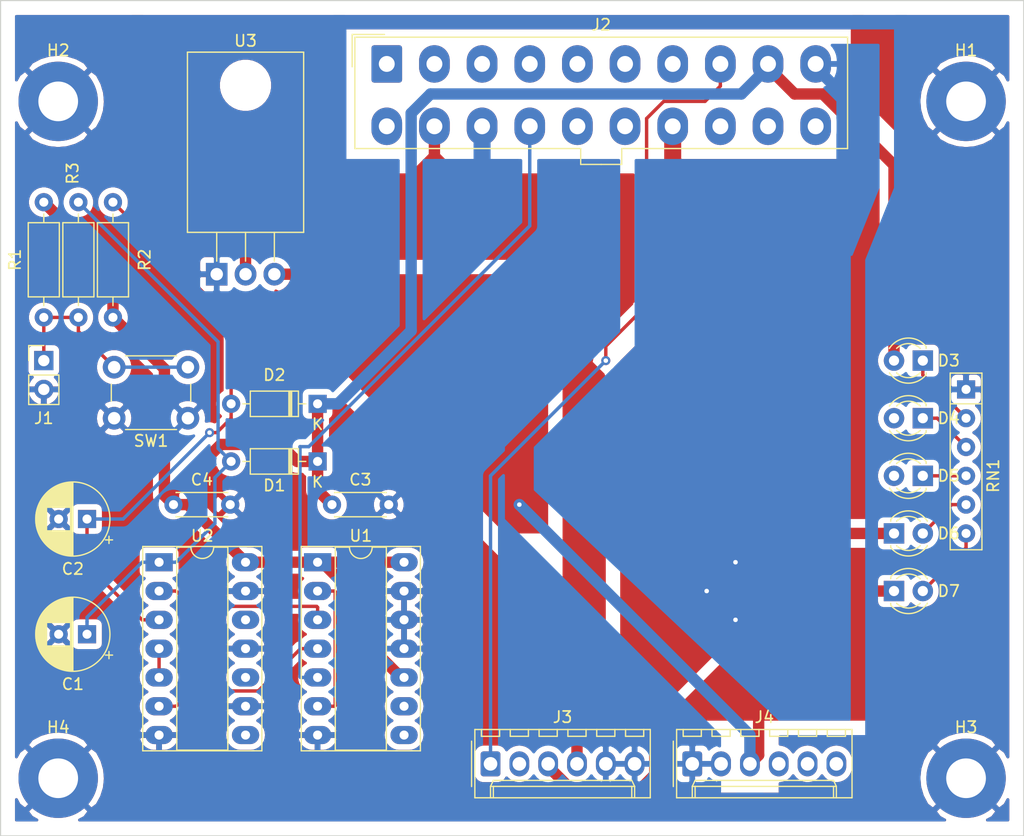
<source format=kicad_pcb>
(kicad_pcb (version 20171130) (host pcbnew 5.1.5+dfsg1-2)
  (layers (0 F.Cu signal hide) (1 In1.Cu power hide) (2 In2.Cu power hide) (31 B.Cu signal) (34 B.Paste user) (35 F.Paste user) (36 B.SilkS user) (37 F.SilkS user) (38 B.Mask user) (39 F.Mask user) (44 Edge.Cuts user))
  (net 0 "")
  (net 1 /5VSB)
  (net 2 /PWR_SW)
  (net 3 "Net-(C2-Pad1)")
  (net 4 "Net-(C1-Pad1)")
  (net 5 GND)
  (net 6 "Net-(D3-Pad1)")
  (net 7 "Net-(D4-Pad1)")
  (net 8 "Net-(D5-Pad1)")
  (net 9 "Net-(D6-Pad2)")
  (net 10 "Net-(D7-Pad2)")
  (net 11 /-12V)
  (net 12 /-5V)
  (net 13 "Net-(U1-Pad2)")
  (net 14 "Net-(U1-Pad3)")
  (net 15 "Net-(U1-Pad4)")
  (net 16 /~PS_ON)
  (net 17 "Net-(U2-Pad4)")
  (net 18 VCC)
  (net 19 /12V)
  (net 20 "Net-(J2-Pad1)")
  (net 21 "Net-(J2-Pad2)")
  (net 22 /PWR_OK)
  (net 23 /+12V)
  (net 24 "Net-(J2-Pad11)")
  (net 25 "Net-(J2-Pad18)")
  (net 26 "Net-(U1-Pad8)")
  (net 27 "Net-(U1-Pad9)")
  (net 28 "Net-(U2-Pad12)")
  (net 29 "Net-(U2-Pad10)")
  (net 30 "Net-(U2-Pad8)")
  (module Connector_Molex:Molex_Mini-Fit_Jr_5566-20A_2x10_P4.20mm_Vertical (layer F.Cu) (at 88.646 24.638)
    (fp_text reference J2 (at 18.9 -3.45) (layer F.SilkS))
    (fp_text value ATX)
    (pad 1 thru_hole roundrect (at 0 0) (size 2.7 3.3) (drill 1.4) (layers *.Cu *.Mask) (roundrect_rratio 0.09259299999999999) (net 20 "Net-(J2-Pad1)"))
    (pad 2 thru_hole oval (at 4.2 0) (size 2.7 3.3) (drill 1.4) (layers *.Cu *.Mask) (net 21 "Net-(J2-Pad2)"))
    (pad 3 thru_hole oval (at 8.4 0) (size 2.7 3.3) (drill 1.4) (layers *.Cu *.Mask) (net 5 GND))
    (pad 4 thru_hole oval (at 12.6 0) (size 2.7 3.3) (drill 1.4) (layers *.Cu *.Mask) (net 18 VCC))
    (pad 5 thru_hole oval (at 16.8 0) (size 2.7 3.3) (drill 1.4) (layers *.Cu *.Mask) (net 5 GND))
    (pad 6 thru_hole oval (at 21 0) (size 2.7 3.3) (drill 1.4) (layers *.Cu *.Mask) (net 18 VCC))
    (pad 7 thru_hole oval (at 25.2 0) (size 2.7 3.3) (drill 1.4) (layers *.Cu *.Mask) (net 5 GND))
    (pad 8 thru_hole oval (at 29.4 0) (size 2.7 3.3) (drill 1.4) (layers *.Cu *.Mask) (net 22 /PWR_OK))
    (pad 9 thru_hole oval (at 33.6 0) (size 2.7 3.3) (drill 1.4) (layers *.Cu *.Mask) (net 1 /5VSB))
    (pad 10 thru_hole oval (at 37.8 0) (size 2.7 3.3) (drill 1.4) (layers *.Cu *.Mask) (net 23 /+12V))
    (pad 11 thru_hole oval (at 0 5.5) (size 2.7 3.3) (drill 1.4) (layers *.Cu *.Mask) (net 24 "Net-(J2-Pad11)"))
    (pad 12 thru_hole oval (at 4.2 5.5) (size 2.7 3.3) (drill 1.4) (layers *.Cu *.Mask) (net 11 /-12V))
    (pad 13 thru_hole oval (at 8.4 5.5) (size 2.7 3.3) (drill 1.4) (layers *.Cu *.Mask) (net 5 GND))
    (pad 14 thru_hole oval (at 12.6 5.5) (size 2.7 3.3) (drill 1.4) (layers *.Cu *.Mask) (net 16 /~PS_ON))
    (pad 15 thru_hole oval (at 16.8 5.5) (size 2.7 3.3) (drill 1.4) (layers *.Cu *.Mask) (net 5 GND))
    (pad 16 thru_hole oval (at 21 5.5) (size 2.7 3.3) (drill 1.4) (layers *.Cu *.Mask) (net 5 GND))
    (pad 17 thru_hole oval (at 25.2 5.5) (size 2.7 3.3) (drill 1.4) (layers *.Cu *.Mask) (net 5 GND))
    (pad 18 thru_hole oval (at 29.4 5.5) (size 2.7 3.3) (drill 1.4) (layers *.Cu *.Mask) (net 25 "Net-(J2-Pad18)"))
    (pad 19 thru_hole oval (at 33.6 5.5) (size 2.7 3.3) (drill 1.4) (layers *.Cu *.Mask) (net 18 VCC))
    (pad 20 thru_hole oval (at 37.8 5.5) (size 2.7 3.3) (drill 1.4) (layers *.Cu *.Mask) (net 18 VCC))
  )
  (module MountingHole:MountingHole_3.5mm_Pad (layer F.Cu) (at 59.69 87.63)
    (fp_text reference H4 (at 0 -4.5) (layer F.SilkS))
    (fp_text value MountingHole_Pad)
    (pad 1 thru_hole circle (at 0 0) (size 7 7) (drill 3.5) (layers *.Cu *.Mask) (net 5 GND))
  )
  (module MountingHole:MountingHole_3.5mm_Pad (layer F.Cu) (at 139.7 87.63)
    (fp_text reference H3 (at 0 -4.5) (layer F.SilkS))
    (fp_text value MountingHole_Pad)
    (pad 1 thru_hole circle (at 0 0) (size 7 7) (drill 3.5) (layers *.Cu *.Mask) (net 5 GND))
  )
  (module MountingHole:MountingHole_3.5mm_Pad (layer F.Cu) (at 59.69 27.94)
    (fp_text reference H2 (at 0 -4.5) (layer F.SilkS))
    (fp_text value MountingHole_Pad)
    (pad 1 thru_hole circle (at 0 0) (size 7 7) (drill 3.5) (layers *.Cu *.Mask) (net 5 GND))
  )
  (module MountingHole:MountingHole_3.5mm_Pad (layer F.Cu) (at 139.7 27.94)
    (fp_text reference H1 (at 0 -4.5) (layer F.SilkS))
    (fp_text value MountingHole_Pad)
    (pad 1 thru_hole circle (at 0 0) (size 7 7) (drill 3.5) (layers *.Cu *.Mask) (net 5 GND))
  )
  (module Capacitor_THT:C_Disc_D4.3mm_W1.9mm_P5.00mm (layer F.Cu) (at 69.85 63.5)
    (fp_text reference C4 (at 2.5 -2.2) (layer F.SilkS))
    (fp_text value 100nF)
    (pad 2 thru_hole circle (at 5 0) (size 1.6 1.6) (drill 0.8) (layers *.Cu *.Mask) (net 5 GND))
    (pad 1 thru_hole circle (at 0 0) (size 1.6 1.6) (drill 0.8) (layers *.Cu *.Mask) (net 1 /5VSB))
  )
  (module Capacitor_THT:C_Disc_D4.3mm_W1.9mm_P5.00mm (layer F.Cu) (at 83.82 63.5)
    (fp_text reference C3 (at 2.5 -2.2) (layer F.SilkS))
    (fp_text value 100nF)
    (pad 1 thru_hole circle (at 0 0) (size 1.6 1.6) (drill 0.8) (layers *.Cu *.Mask) (net 1 /5VSB))
    (pad 2 thru_hole circle (at 5 0) (size 1.6 1.6) (drill 0.8) (layers *.Cu *.Mask) (net 5 GND))
  )
  (module Button_Switch_THT:SW_PUSH_6mm (layer F.Cu) (at 71.12 55.88 180)
    (fp_text reference SW1 (at 3.25 -2 180) (layer F.SilkS))
    (fp_text value Power)
    (pad 2 thru_hole circle (at 0 4.5 270) (size 2 2) (drill 1.1) (layers *.Cu *.Mask) (net 2 /PWR_SW))
    (pad 1 thru_hole circle (at 0 0 270) (size 2 2) (drill 1.1) (layers *.Cu *.Mask) (net 5 GND))
    (pad 2 thru_hole circle (at 6.5 4.5 270) (size 2 2) (drill 1.1) (layers *.Cu *.Mask) (net 2 /PWR_SW))
    (pad 1 thru_hole circle (at 6.5 0 270) (size 2 2) (drill 1.1) (layers *.Cu *.Mask) (net 5 GND))
  )
  (module Capacitor_THT:CP_Radial_D6.3mm_P2.50mm (layer F.Cu) (at 62.23 64.77 180)
    (fp_text reference C2 (at 1.25 -4.4) (layer F.SilkS))
    (fp_text value 10uF)
    (pad 2 thru_hole circle (at 2.5 0 180) (size 1.6 1.6) (drill 0.8) (layers *.Cu *.Mask) (net 5 GND))
    (pad 1 thru_hole rect (at 0 0 180) (size 1.6 1.6) (drill 0.8) (layers *.Cu *.Mask) (net 3 "Net-(C2-Pad1)"))
  )
  (module Capacitor_THT:CP_Radial_D6.3mm_P2.50mm (layer F.Cu) (at 62.23 74.93 180)
    (fp_text reference C1 (at 1.25 -4.4 180) (layer F.SilkS))
    (fp_text value 1uF)
    (pad 1 thru_hole rect (at 0 0 180) (size 1.6 1.6) (drill 0.8) (layers *.Cu *.Mask) (net 4 "Net-(C1-Pad1)"))
    (pad 2 thru_hole circle (at 2.5 0 180) (size 1.6 1.6) (drill 0.8) (layers *.Cu *.Mask) (net 5 GND))
  )
  (module Connector_Molex:Molex_KK-254_AE-6410-06A_1x06_P2.54mm_Vertical (layer F.Cu) (at 115.57 86.36)
    (fp_text reference J4 (at 6.35 -4.12) (layer F.SilkS))
    (fp_text value P9)
    (pad 6 thru_hole oval (at 12.7 0) (size 1.74 2.2) (drill 1.2) (layers *.Cu *.Mask) (net 18 VCC))
    (pad 5 thru_hole oval (at 10.16 0) (size 1.74 2.2) (drill 1.2) (layers *.Cu *.Mask) (net 18 VCC))
    (pad 4 thru_hole oval (at 7.62 0) (size 1.74 2.2) (drill 1.2) (layers *.Cu *.Mask) (net 18 VCC))
    (pad 3 thru_hole oval (at 5.08 0) (size 1.74 2.2) (drill 1.2) (layers *.Cu *.Mask) (net 12 /-5V))
    (pad 2 thru_hole oval (at 2.54 0) (size 1.74 2.2) (drill 1.2) (layers *.Cu *.Mask) (net 5 GND))
    (pad 1 thru_hole roundrect (at 0 0) (size 1.74 2.2) (drill 1.2) (layers *.Cu *.Mask) (roundrect_rratio 0.143678) (net 5 GND))
  )
  (module Connector_Molex:Molex_KK-254_AE-6410-06A_1x06_P2.54mm_Vertical (layer F.Cu) (at 97.79 86.36)
    (fp_text reference J3 (at 6.35 -4.12) (layer F.SilkS))
    (fp_text value P8)
    (pad 1 thru_hole roundrect (at 0 0) (size 1.74 2.2) (drill 1.2) (layers *.Cu *.Mask) (roundrect_rratio 0.143678) (net 22 /PWR_OK))
    (pad 2 thru_hole oval (at 2.54 0) (size 1.74 2.2) (drill 1.2) (layers *.Cu *.Mask) (net 18 VCC))
    (pad 3 thru_hole oval (at 5.08 0) (size 1.74 2.2) (drill 1.2) (layers *.Cu *.Mask) (net 23 /+12V))
    (pad 4 thru_hole oval (at 7.62 0) (size 1.74 2.2) (drill 1.2) (layers *.Cu *.Mask) (net 11 /-12V))
    (pad 5 thru_hole oval (at 10.16 0) (size 1.74 2.2) (drill 1.2) (layers *.Cu *.Mask) (net 5 GND))
    (pad 6 thru_hole oval (at 12.7 0) (size 1.74 2.2) (drill 1.2) (layers *.Cu *.Mask) (net 5 GND))
  )
  (module Connector_PinHeader_2.54mm:PinHeader_1x02_P2.54mm_Vertical (layer F.Cu) (at 58.42 50.8)
    (fp_text reference J1 (at 0 5.08) (layer F.SilkS))
    (fp_text value EXT_PWR_SW)
    (pad 1 thru_hole rect (at 0 0) (size 1.7 1.7) (drill 1) (layers *.Cu *.Mask) (net 2 /PWR_SW))
    (pad 2 thru_hole oval (at 0 2.54) (size 1.7 1.7) (drill 1) (layers *.Cu *.Mask) (net 5 GND))
  )
  (module Diode_THT:D_DO-35_SOD27_P7.62mm_Horizontal (layer F.Cu) (at 82.55 54.61 180)
    (fp_text reference D2 (at 3.81 2.54 180) (layer F.SilkS))
    (fp_text value 1N4148)
    (fp_text user K (at 0 -1.8 180) (layer F.SilkS))
    (pad 2 thru_hole oval (at 7.62 0 180) (size 1.6 1.6) (drill 0.8) (layers *.Cu *.Mask) (net 3 "Net-(C2-Pad1)"))
    (pad 1 thru_hole rect (at 0 0 180) (size 1.6 1.6) (drill 0.8) (layers *.Cu *.Mask) (net 1 /5VSB))
  )
  (module Diode_THT:D_DO-35_SOD27_P7.62mm_Horizontal (layer F.Cu) (at 82.55 59.69 180)
    (fp_text reference D1 (at 3.81 -2.12 180) (layer F.SilkS))
    (fp_text value 1N4148)
    (fp_text user K (at 0 -1.8 180) (layer F.SilkS))
    (pad 1 thru_hole rect (at 0 0 180) (size 1.6 1.6) (drill 0.8) (layers *.Cu *.Mask) (net 1 /5VSB))
    (pad 2 thru_hole oval (at 7.62 0 180) (size 1.6 1.6) (drill 0.8) (layers *.Cu *.Mask) (net 4 "Net-(C1-Pad1)"))
  )
  (module LED_THT:LED_D3.0mm (layer F.Cu) (at 133.35 71.12)
    (fp_text reference D7 (at 4.826 0) (layer F.SilkS))
    (fp_text value -5V)
    (pad 1 thru_hole rect (at 0 0) (size 1.8 1.8) (drill 0.9) (layers *.Cu *.Mask) (net 12 /-5V))
    (pad 2 thru_hole circle (at 2.54 0) (size 1.8 1.8) (drill 0.9) (layers *.Cu *.Mask) (net 10 "Net-(D7-Pad2)"))
  )
  (module LED_THT:LED_D3.0mm (layer F.Cu) (at 133.35 66.04)
    (fp_text reference D6 (at 4.826 0) (layer F.SilkS))
    (fp_text value -12V)
    (pad 2 thru_hole circle (at 2.54 0) (size 1.8 1.8) (drill 0.9) (layers *.Cu *.Mask) (net 9 "Net-(D6-Pad2)"))
    (pad 1 thru_hole rect (at 0 0) (size 1.8 1.8) (drill 0.9) (layers *.Cu *.Mask) (net 11 /-12V))
  )
  (module LED_THT:LED_D3.0mm (layer F.Cu) (at 135.89 60.96 180)
    (fp_text reference D5 (at -2.286 0 180) (layer F.SilkS))
    (fp_text value +12V)
    (pad 1 thru_hole rect (at 0 0 180) (size 1.8 1.8) (drill 0.9) (layers *.Cu *.Mask) (net 8 "Net-(D5-Pad1)"))
    (pad 2 thru_hole circle (at 2.54 0 180) (size 1.8 1.8) (drill 0.9) (layers *.Cu *.Mask) (net 19 /12V))
  )
  (module LED_THT:LED_D3.0mm (layer F.Cu) (at 135.89 55.88 180)
    (fp_text reference D4 (at -2.286 0 180) (layer F.SilkS))
    (fp_text value +5V)
    (pad 2 thru_hole circle (at 2.54 0 180) (size 1.8 1.8) (drill 0.9) (layers *.Cu *.Mask) (net 18 VCC))
    (pad 1 thru_hole rect (at 0 0 180) (size 1.8 1.8) (drill 0.9) (layers *.Cu *.Mask) (net 7 "Net-(D4-Pad1)"))
  )
  (module LED_THT:LED_D3.0mm (layer F.Cu) (at 135.89 50.8 180)
    (fp_text reference D3 (at -2.286 0 180) (layer F.SilkS))
    (fp_text value 5VSB)
    (pad 1 thru_hole rect (at 0 0 180) (size 1.8 1.8) (drill 0.9) (layers *.Cu *.Mask) (net 6 "Net-(D3-Pad1)"))
    (pad 2 thru_hole circle (at 2.54 0 180) (size 1.8 1.8) (drill 0.9) (layers *.Cu *.Mask) (net 1 /5VSB))
  )
  (module Package_DIP:DIP-14_W7.62mm_Socket_LongPads (layer F.Cu) (at 68.58 68.58)
    (fp_text reference U2 (at 3.81 -2.33) (layer F.SilkS))
    (fp_text value 74LS14)
    (pad 14 thru_hole oval (at 7.62 0) (size 2.4 1.6) (drill 0.8) (layers *.Cu *.Mask) (net 1 /5VSB))
    (pad 7 thru_hole oval (at 0 15.24) (size 2.4 1.6) (drill 0.8) (layers *.Cu *.Mask) (net 5 GND))
    (pad 13 thru_hole oval (at 7.62 2.54) (size 2.4 1.6) (drill 0.8) (layers *.Cu *.Mask) (net 5 GND))
    (pad 6 thru_hole oval (at 0 12.7) (size 2.4 1.6) (drill 0.8) (layers *.Cu *.Mask) (net 15 "Net-(U1-Pad4)"))
    (pad 12 thru_hole oval (at 7.62 5.08) (size 2.4 1.6) (drill 0.8) (layers *.Cu *.Mask) (net 28 "Net-(U2-Pad12)"))
    (pad 5 thru_hole oval (at 0 10.16) (size 2.4 1.6) (drill 0.8) (layers *.Cu *.Mask) (net 17 "Net-(U2-Pad4)"))
    (pad 11 thru_hole oval (at 7.62 7.62) (size 2.4 1.6) (drill 0.8) (layers *.Cu *.Mask) (net 5 GND))
    (pad 4 thru_hole oval (at 0 7.62) (size 2.4 1.6) (drill 0.8) (layers *.Cu *.Mask) (net 17 "Net-(U2-Pad4)"))
    (pad 10 thru_hole oval (at 7.62 10.16) (size 2.4 1.6) (drill 0.8) (layers *.Cu *.Mask) (net 29 "Net-(U2-Pad10)"))
    (pad 3 thru_hole oval (at 0 5.08) (size 2.4 1.6) (drill 0.8) (layers *.Cu *.Mask) (net 3 "Net-(C2-Pad1)"))
    (pad 9 thru_hole oval (at 7.62 12.7) (size 2.4 1.6) (drill 0.8) (layers *.Cu *.Mask) (net 5 GND))
    (pad 2 thru_hole oval (at 0 2.54) (size 2.4 1.6) (drill 0.8) (layers *.Cu *.Mask) (net 14 "Net-(U1-Pad3)"))
    (pad 8 thru_hole oval (at 7.62 15.24) (size 2.4 1.6) (drill 0.8) (layers *.Cu *.Mask) (net 30 "Net-(U2-Pad8)"))
    (pad 1 thru_hole rect (at 0 0) (size 2.4 1.6) (drill 0.8) (layers *.Cu *.Mask) (net 4 "Net-(C1-Pad1)"))
  )
  (module Package_DIP:DIP-14_W7.62mm_Socket_LongPads (layer F.Cu) (at 82.55 68.58)
    (fp_text reference U1 (at 3.81 -2.33) (layer F.SilkS))
    (fp_text value 74LS74)
    (pad 1 thru_hole rect (at 0 0) (size 2.4 1.6) (drill 0.8) (layers *.Cu *.Mask) (net 1 /5VSB))
    (pad 8 thru_hole oval (at 7.62 15.24) (size 2.4 1.6) (drill 0.8) (layers *.Cu *.Mask) (net 26 "Net-(U1-Pad8)"))
    (pad 2 thru_hole oval (at 0 2.54) (size 2.4 1.6) (drill 0.8) (layers *.Cu *.Mask) (net 13 "Net-(U1-Pad2)"))
    (pad 9 thru_hole oval (at 7.62 12.7) (size 2.4 1.6) (drill 0.8) (layers *.Cu *.Mask) (net 27 "Net-(U1-Pad9)"))
    (pad 3 thru_hole oval (at 0 5.08) (size 2.4 1.6) (drill 0.8) (layers *.Cu *.Mask) (net 14 "Net-(U1-Pad3)"))
    (pad 10 thru_hole oval (at 7.62 10.16) (size 2.4 1.6) (drill 0.8) (layers *.Cu *.Mask) (net 1 /5VSB))
    (pad 4 thru_hole oval (at 0 7.62) (size 2.4 1.6) (drill 0.8) (layers *.Cu *.Mask) (net 15 "Net-(U1-Pad4)"))
    (pad 11 thru_hole oval (at 7.62 7.62) (size 2.4 1.6) (drill 0.8) (layers *.Cu *.Mask) (net 5 GND))
    (pad 5 thru_hole oval (at 0 10.16) (size 2.4 1.6) (drill 0.8) (layers *.Cu *.Mask) (net 16 /~PS_ON))
    (pad 12 thru_hole oval (at 7.62 5.08) (size 2.4 1.6) (drill 0.8) (layers *.Cu *.Mask) (net 5 GND))
    (pad 6 thru_hole oval (at 0 12.7) (size 2.4 1.6) (drill 0.8) (layers *.Cu *.Mask) (net 13 "Net-(U1-Pad2)"))
    (pad 13 thru_hole oval (at 7.62 2.54) (size 2.4 1.6) (drill 0.8) (layers *.Cu *.Mask) (net 5 GND))
    (pad 7 thru_hole oval (at 0 15.24) (size 2.4 1.6) (drill 0.8) (layers *.Cu *.Mask) (net 5 GND))
    (pad 14 thru_hole oval (at 7.62 0) (size 2.4 1.6) (drill 0.8) (layers *.Cu *.Mask) (net 1 /5VSB))
  )
  (module Package_TO_SOT_THT:TO-220-3_Horizontal_TabDown (layer F.Cu) (at 73.66 43.18)
    (fp_text reference U3 (at 2.54 -20.58) (layer F.SilkS))
    (fp_text value L7905)
    (pad "" np_thru_hole oval (at 2.54 -16.66) (size 3.5 3.5) (drill 3.5) (layers *.Cu *.Mask))
    (pad 1 thru_hole rect (at 0 0) (size 1.905 2) (drill 1.1) (layers *.Cu *.Mask) (net 5 GND))
    (pad 2 thru_hole oval (at 2.54 0) (size 1.905 2) (drill 1.1) (layers *.Cu *.Mask) (net 11 /-12V))
    (pad 3 thru_hole oval (at 5.08 0) (size 1.905 2) (drill 1.1) (layers *.Cu *.Mask) (net 12 /-5V))
  )
  (module Resistor_THT:R_Array_SIP6 (layer F.Cu) (at 139.7 53.34 270)
    (fp_text reference RN1 (at 7.62 -2.4 270) (layer F.SilkS))
    (fp_text value 10K)
    (pad 1 thru_hole rect (at 0 0 270) (size 1.6 1.6) (drill 0.8) (layers *.Cu *.Mask) (net 5 GND))
    (pad 2 thru_hole oval (at 2.54 0 270) (size 1.6 1.6) (drill 0.8) (layers *.Cu *.Mask) (net 6 "Net-(D3-Pad1)"))
    (pad 3 thru_hole oval (at 5.08 0 270) (size 1.6 1.6) (drill 0.8) (layers *.Cu *.Mask) (net 7 "Net-(D4-Pad1)"))
    (pad 4 thru_hole oval (at 7.62 0 270) (size 1.6 1.6) (drill 0.8) (layers *.Cu *.Mask) (net 8 "Net-(D5-Pad1)"))
    (pad 5 thru_hole oval (at 10.16 0 270) (size 1.6 1.6) (drill 0.8) (layers *.Cu *.Mask) (net 9 "Net-(D6-Pad2)"))
    (pad 6 thru_hole oval (at 12.7 0 270) (size 1.6 1.6) (drill 0.8) (layers *.Cu *.Mask) (net 10 "Net-(D7-Pad2)"))
  )
  (module Resistor_THT:R_Axial_DIN0207_L6.3mm_D2.5mm_P10.16mm_Horizontal (layer F.Cu) (at 61.468 36.83 270)
    (fp_text reference R3 (at -2.54 0.508 270) (layer F.SilkS))
    (fp_text value 470)
    (pad 1 thru_hole circle (at 0 0 270) (size 1.6 1.6) (drill 0.8) (layers *.Cu *.Mask) (net 4 "Net-(C1-Pad1)"))
    (pad 2 thru_hole oval (at 10.16 0 270) (size 1.6 1.6) (drill 0.8) (layers *.Cu *.Mask) (net 2 /PWR_SW))
  )
  (module Resistor_THT:R_Axial_DIN0207_L6.3mm_D2.5mm_P10.16mm_Horizontal (layer F.Cu) (at 64.516 46.99 90)
    (fp_text reference R2 (at 5.08 2.794 90) (layer F.SilkS))
    (fp_text value 10K)
    (pad 2 thru_hole oval (at 10.16 0 90) (size 1.6 1.6) (drill 0.8) (layers *.Cu *.Mask) (net 3 "Net-(C2-Pad1)"))
    (pad 1 thru_hole circle (at 0 0 90) (size 1.6 1.6) (drill 0.8) (layers *.Cu *.Mask) (net 1 /5VSB))
  )
  (module Resistor_THT:R_Axial_DIN0207_L6.3mm_D2.5mm_P10.16mm_Horizontal (layer F.Cu) (at 58.42 36.83 270)
    (fp_text reference R1 (at 5.08 2.54 270) (layer F.SilkS))
    (fp_text value 10K)
    (pad 1 thru_hole circle (at 0 0 270) (size 1.6 1.6) (drill 0.8) (layers *.Cu *.Mask) (net 1 /5VSB))
    (pad 2 thru_hole oval (at 10.16 0 270) (size 1.6 1.6) (drill 0.8) (layers *.Cu *.Mask) (net 2 /PWR_SW))
  )
  (gr_line (start 144.78 19.05) (end 144.78 92.71) (layer Edge.Cuts) (width 0.1))
  (gr_line (start 54.61 19.05) (end 144.78 19.05) (layer Edge.Cuts) (width 0.1))
  (gr_line (start 54.61 92.71) (end 54.61 19.05) (layer Edge.Cuts) (width 0.1))
  (gr_line (start 144.78 92.71) (end 54.61 92.71) (layer Edge.Cuts) (width 0.1))
  (segment (start 133.35 33.560006) (end 133.35 49.527208) (width 1) (layer F.Cu) (net 1))
  (segment (start 127.077994 27.288) (end 133.35 33.560006) (width 1) (layer F.Cu) (net 1))
  (segment (start 124.596 27.288) (end 127.077994 27.288) (width 1) (layer F.Cu) (net 1))
  (segment (start 133.35 49.527208) (end 133.35 50.8) (width 1) (layer F.Cu) (net 1))
  (segment (start 122.246 24.938) (end 124.596 27.288) (width 1) (layer F.Cu) (net 1))
  (segment (start 122.246 24.638) (end 122.246 24.938) (width 1) (layer F.Cu) (net 1))
  (segment (start 90.79599 28.988859) (end 90.79599 48.16401) (width 1) (layer B.Cu) (net 1))
  (segment (start 90.79599 48.16401) (end 84.35 54.61) (width 1) (layer B.Cu) (net 1))
  (segment (start 119.896 27.288) (end 92.496849 27.288) (width 1) (layer B.Cu) (net 1))
  (segment (start 122.246 24.938) (end 119.896 27.288) (width 1) (layer B.Cu) (net 1))
  (segment (start 84.35 54.61) (end 82.55 54.61) (width 1) (layer B.Cu) (net 1))
  (segment (start 92.496849 27.288) (end 90.79599 28.988859) (width 1) (layer B.Cu) (net 1))
  (segment (start 122.246 24.638) (end 122.246 24.938) (width 1) (layer B.Cu) (net 1))
  (segment (start 82.55 54.61) (end 82.55 59.69) (width 1) (layer F.Cu) (net 1))
  (segment (start 82.55 62.23) (end 83.82 63.5) (width 1) (layer F.Cu) (net 1))
  (segment (start 82.55 59.69) (end 82.55 62.23) (width 1) (layer F.Cu) (net 1))
  (segment (start 69.85 62.36863) (end 69.85 63.5) (width 1) (layer F.Cu) (net 1))
  (segment (start 79.249999 58.189999) (end 74.028631 58.189999) (width 1) (layer F.Cu) (net 1))
  (segment (start 80.75 59.69) (end 79.249999 58.189999) (width 1) (layer F.Cu) (net 1))
  (segment (start 74.028631 58.189999) (end 69.85 62.36863) (width 1) (layer F.Cu) (net 1))
  (segment (start 82.55 59.69) (end 80.75 59.69) (width 1) (layer F.Cu) (net 1))
  (segment (start 65.315999 47.789999) (end 64.516 46.99) (width 1) (layer F.Cu) (net 1))
  (segment (start 69.050001 51.524001) (end 65.315999 47.789999) (width 1) (layer F.Cu) (net 1))
  (segment (start 69.050001 62.700001) (end 69.050001 51.524001) (width 1) (layer F.Cu) (net 1))
  (segment (start 69.85 63.5) (end 69.050001 62.700001) (width 1) (layer F.Cu) (net 1))
  (segment (start 64.516 42.926) (end 58.42 36.83) (width 1) (layer F.Cu) (net 1))
  (segment (start 64.516 46.99) (end 64.516 42.926) (width 1) (layer F.Cu) (net 1))
  (segment (start 71.12 63.5) (end 76.2 68.58) (width 1) (layer F.Cu) (net 1))
  (segment (start 69.85 63.5) (end 71.12 63.5) (width 1) (layer F.Cu) (net 1))
  (segment (start 76.2 68.58) (end 82.55 68.58) (width 1) (layer F.Cu) (net 1))
  (segment (start 82.55 68.58) (end 90.17 68.58) (width 1) (layer F.Cu) (net 1))
  (segment (start 88.06999 76.904167) (end 89.905823 78.74) (width 1) (layer F.Cu) (net 1))
  (segment (start 88.06999 73.69999) (end 88.06999 76.904167) (width 1) (layer F.Cu) (net 1))
  (segment (start 82.95 68.58) (end 88.06999 73.69999) (width 1) (layer F.Cu) (net 1))
  (segment (start 89.905823 78.74) (end 90.17 78.74) (width 1) (layer F.Cu) (net 1))
  (segment (start 82.55 68.58) (end 82.95 68.58) (width 1) (layer F.Cu) (net 1))
  (segment (start 61.468 46.99) (end 58.42 46.99) (width 0.3) (layer F.Cu) (net 2))
  (segment (start 58.42 46.99) (end 58.42 50.8) (width 0.3) (layer F.Cu) (net 2))
  (segment (start 61.468 48.228) (end 64.62 51.38) (width 0.3) (layer F.Cu) (net 2))
  (segment (start 61.468 46.99) (end 61.468 48.228) (width 0.3) (layer F.Cu) (net 2))
  (segment (start 66.034213 51.38) (end 71.12 51.38) (width 0.3) (layer B.Cu) (net 2))
  (segment (start 64.62 51.38) (end 66.034213 51.38) (width 0.3) (layer B.Cu) (net 2))
  (segment (start 74.93 47.244) (end 74.93 54.61) (width 0.3) (layer F.Cu) (net 3))
  (segment (start 64.516 36.83) (end 74.93 47.244) (width 0.3) (layer F.Cu) (net 3))
  (segment (start 74.93 54.61) (end 74.93 55.88) (width 0.3) (layer F.Cu) (net 3))
  (via (at 73.029999 57.15) (size 0.8) (drill 0.4) (layers F.Cu B.Cu) (net 3))
  (segment (start 74.93 55.88) (end 73.66 57.15) (width 0.3) (layer F.Cu) (net 3))
  (segment (start 73.66 57.15) (end 73.029999 57.15) (width 0.3) (layer F.Cu) (net 3))
  (segment (start 65.409999 64.77) (end 62.23 64.77) (width 0.3) (layer B.Cu) (net 3))
  (segment (start 73.029999 57.15) (end 65.409999 64.77) (width 0.3) (layer B.Cu) (net 3))
  (segment (start 67.08 73.66) (end 68.58 73.66) (width 0.3) (layer F.Cu) (net 3))
  (segment (start 62.23 68.81) (end 67.08 73.66) (width 0.3) (layer F.Cu) (net 3))
  (segment (start 62.23 64.77) (end 62.23 68.81) (width 0.3) (layer F.Cu) (net 3))
  (segment (start 73.779999 58.539999) (end 74.130001 58.890001) (width 0.3) (layer B.Cu) (net 4))
  (segment (start 74.130001 58.890001) (end 74.93 59.69) (width 0.3) (layer B.Cu) (net 4))
  (segment (start 73.779999 49.141999) (end 73.779999 58.539999) (width 0.3) (layer B.Cu) (net 4))
  (segment (start 61.468 36.83) (end 73.779999 49.141999) (width 0.3) (layer B.Cu) (net 4))
  (segment (start 73.499999 65.160001) (end 70.08 68.58) (width 0.3) (layer B.Cu) (net 4))
  (segment (start 70.08 68.58) (end 68.58 68.58) (width 0.3) (layer B.Cu) (net 4))
  (segment (start 73.499999 61.120001) (end 73.499999 65.160001) (width 0.3) (layer B.Cu) (net 4))
  (segment (start 74.93 59.69) (end 73.499999 61.120001) (width 0.3) (layer B.Cu) (net 4))
  (segment (start 62.23 73.83) (end 62.23 74.93) (width 0.3) (layer B.Cu) (net 4))
  (segment (start 62.23 73.43) (end 62.23 73.83) (width 0.3) (layer B.Cu) (net 4))
  (segment (start 67.08 68.58) (end 62.23 73.43) (width 0.3) (layer B.Cu) (net 4))
  (segment (start 68.58 68.58) (end 67.08 68.58) (width 0.3) (layer B.Cu) (net 4))
  (segment (start 113.846 33.288) (end 115.57 35.012) (width 1.5) (layer F.Cu) (net 5))
  (segment (start 113.846 30.138) (end 113.846 33.288) (width 1.5) (layer F.Cu) (net 5))
  (segment (start 97.046 30.138) (end 97.046 37.574) (width 1.5) (layer B.Cu) (net 5))
  (segment (start 97.046 37.574) (end 95.25 39.37) (width 1.5) (layer B.Cu) (net 5))
  (segment (start 135.89 52.07) (end 135.89 50.8) (width 0.3) (layer F.Cu) (net 6))
  (segment (start 139.7 55.88) (end 135.89 52.07) (width 0.3) (layer F.Cu) (net 6))
  (segment (start 137.16 55.88) (end 139.7 58.42) (width 0.3) (layer F.Cu) (net 7))
  (segment (start 135.89 55.88) (end 137.16 55.88) (width 0.3) (layer F.Cu) (net 7))
  (segment (start 135.89 60.96) (end 139.7 60.96) (width 0.3) (layer F.Cu) (net 8))
  (segment (start 138.43 63.5) (end 139.7 63.5) (width 0.3) (layer F.Cu) (net 9))
  (segment (start 135.89 66.04) (end 138.43 63.5) (width 0.3) (layer F.Cu) (net 9))
  (segment (start 139.7 67.31) (end 139.7 66.04) (width 0.3) (layer F.Cu) (net 10))
  (segment (start 135.89 71.12) (end 139.7 67.31) (width 0.3) (layer F.Cu) (net 10))
  (segment (start 76.2 43.18) (end 76.2 43.1325) (width 0.6) (layer F.Cu) (net 11))
  (segment (start 76.2 43.18) (end 76.2 38.1) (width 1) (layer F.Cu) (net 11))
  (segment (start 87.534 38.1) (end 92.846 32.788) (width 1) (layer F.Cu) (net 11))
  (segment (start 76.2 38.1) (end 87.534 38.1) (width 1) (layer F.Cu) (net 11))
  (segment (start 92.846 32.788) (end 92.846 30.138) (width 1) (layer F.Cu) (net 11))
  (segment (start 92.846 32.788) (end 105.41 45.352) (width 1) (layer F.Cu) (net 11))
  (segment (start 105.41 72.39) (end 105.41 86.36) (width 1) (layer F.Cu) (net 11))
  (segment (start 131.45 66.04) (end 105.41 66.04) (width 1) (layer F.Cu) (net 11))
  (segment (start 133.35 66.04) (end 131.45 66.04) (width 1) (layer F.Cu) (net 11))
  (segment (start 105.41 45.352) (end 105.41 66.04) (width 1) (layer F.Cu) (net 11))
  (segment (start 105.41 66.04) (end 105.41 72.39) (width 1) (layer F.Cu) (net 11))
  (via (at 100.33 63.5) (size 1) (drill 0.4) (layers F.Cu B.Cu) (net 12))
  (segment (start 100.33 62.8175) (end 100.33 63.5) (width 1) (layer F.Cu) (net 12))
  (segment (start 78.74 43.18) (end 80.6925 43.18) (width 1) (layer F.Cu) (net 12))
  (segment (start 80.6925 43.18) (end 100.33 62.8175) (width 1) (layer F.Cu) (net 12))
  (segment (start 120.65 83.82) (end 120.65 86.36) (width 1) (layer B.Cu) (net 12))
  (segment (start 100.33 63.5) (end 120.65 83.82) (width 1) (layer B.Cu) (net 12))
  (segment (start 131.45 71.12) (end 133.35 71.12) (width 1) (layer F.Cu) (net 12))
  (segment (start 121.41999 81.15001) (end 131.45 71.12) (width 1) (layer F.Cu) (net 12))
  (segment (start 121.41999 85.59001) (end 121.41999 81.15001) (width 1) (layer F.Cu) (net 12))
  (segment (start 120.65 86.36) (end 121.41999 85.59001) (width 1) (layer F.Cu) (net 12))
  (segment (start 84.05 81.28) (end 82.55 81.28) (width 0.3) (layer F.Cu) (net 13))
  (segment (start 84.10001 81.22999) (end 84.05 81.28) (width 0.3) (layer F.Cu) (net 13))
  (segment (start 84.10001 71.17001) (end 84.10001 81.22999) (width 0.3) (layer F.Cu) (net 13))
  (segment (start 84.05 71.12) (end 84.10001 71.17001) (width 0.3) (layer F.Cu) (net 13))
  (segment (start 82.55 71.12) (end 84.05 71.12) (width 0.3) (layer F.Cu) (net 13))
  (segment (start 82.55 72.56) (end 82.55 73.66) (width 0.3) (layer F.Cu) (net 14))
  (segment (start 71.43001 72.47001) (end 82.46001 72.47001) (width 0.3) (layer F.Cu) (net 14))
  (segment (start 70.08 71.12) (end 71.43001 72.47001) (width 0.3) (layer F.Cu) (net 14))
  (segment (start 82.46001 72.47001) (end 82.55 72.56) (width 0.3) (layer F.Cu) (net 14))
  (segment (start 68.58 71.12) (end 70.08 71.12) (width 0.3) (layer F.Cu) (net 14))
  (segment (start 81.05 76.2) (end 82.55 76.2) (width 0.3) (layer F.Cu) (net 15))
  (segment (start 71.43001 79.92999) (end 77.32001 79.92999) (width 0.3) (layer F.Cu) (net 15))
  (segment (start 77.32001 79.92999) (end 81.05 76.2) (width 0.3) (layer F.Cu) (net 15))
  (segment (start 70.08 81.28) (end 71.43001 79.92999) (width 0.3) (layer F.Cu) (net 15))
  (segment (start 68.58 81.28) (end 70.08 81.28) (width 0.3) (layer F.Cu) (net 15))
  (segment (start 101.246 32.088) (end 101.246 30.138) (width 0.3) (layer B.Cu) (net 16))
  (segment (start 101.246 38.916095) (end 101.246 32.088) (width 0.3) (layer B.Cu) (net 16))
  (segment (start 81.772083 58.390012) (end 101.246 38.916095) (width 0.3) (layer B.Cu) (net 16))
  (segment (start 80.99999 58.390012) (end 81.772083 58.390012) (width 0.3) (layer B.Cu) (net 16))
  (segment (start 80.99999 78.68999) (end 80.99999 58.390012) (width 0.3) (layer B.Cu) (net 16))
  (segment (start 81.05 78.74) (end 80.99999 78.68999) (width 0.3) (layer B.Cu) (net 16))
  (segment (start 82.55 78.74) (end 81.05 78.74) (width 0.3) (layer B.Cu) (net 16))
  (segment (start 68.58 78.74) (end 68.58 76.2) (width 0.3) (layer F.Cu) (net 17))
  (segment (start 111.54601 29.450971) (end 111.54601 45.93399) (width 0.3) (layer F.Cu) (net 22))
  (segment (start 113.058991 27.93799) (end 111.54601 29.450971) (width 0.3) (layer F.Cu) (net 22))
  (segment (start 116.69601 27.93799) (end 113.058991 27.93799) (width 0.3) (layer F.Cu) (net 22))
  (segment (start 118.046 24.638) (end 118.046 26.588) (width 0.3) (layer F.Cu) (net 22))
  (segment (start 118.046 26.588) (end 116.69601 27.93799) (width 0.3) (layer F.Cu) (net 22))
  (via (at 107.95 50.8) (size 0.8) (drill 0.4) (layers F.Cu B.Cu) (net 22))
  (segment (start 111.54601 45.93399) (end 107.95 49.53) (width 0.3) (layer F.Cu) (net 22))
  (segment (start 107.95 49.53) (end 107.95 50.8) (width 0.3) (layer F.Cu) (net 22))
  (segment (start 97.79 60.96) (end 97.79 86.36) (width 0.3) (layer B.Cu) (net 22))
  (segment (start 107.95 50.8) (end 97.79 60.96) (width 0.3) (layer B.Cu) (net 22))
  (segment (start 128.796 27.288) (end 128.796 64.244) (width 1) (layer B.Cu) (net 23))
  (segment (start 126.446 24.638) (end 126.446 24.938) (width 1) (layer B.Cu) (net 23))
  (segment (start 126.446 24.938) (end 128.796 27.288) (width 1) (layer B.Cu) (net 23))
  (via (at 119.38 73.66) (size 1) (drill 0.4) (layers F.Cu B.Cu) (net 23))
  (segment (start 102.87 86.59) (end 102.87 86.36) (width 1) (layer F.Cu) (net 23))
  (segment (start 104.74 88.46) (end 102.87 86.59) (width 1) (layer F.Cu) (net 23))
  (segment (start 111.123172 88.46) (end 104.74 88.46) (width 1) (layer F.Cu) (net 23))
  (segment (start 112.26001 87.323162) (end 111.123172 88.46) (width 1) (layer F.Cu) (net 23))
  (segment (start 112.26001 80.77999) (end 112.26001 87.323162) (width 1) (layer F.Cu) (net 23))
  (segment (start 119.38 73.66) (end 112.26001 80.77999) (width 1) (layer F.Cu) (net 23))
  (segment (start 123.825 69.215) (end 121.285 69.215) (width 1) (layer B.Cu) (net 23))
  (segment (start 128.796 64.244) (end 123.825 69.215) (width 1) (layer B.Cu) (net 23))
  (via (at 119.38 68.58) (size 1) (drill 0.4) (layers F.Cu B.Cu) (net 23))
  (segment (start 121.285 69.215) (end 120.65 68.58) (width 1) (layer B.Cu) (net 23))
  (segment (start 120.65 68.58) (end 119.38 68.58) (width 1) (layer B.Cu) (net 23))
  (segment (start 121.285 71.755) (end 117.475 71.755) (width 1) (layer B.Cu) (net 23))
  (segment (start 121.285 71.755) (end 119.38 73.66) (width 1) (layer B.Cu) (net 23))
  (segment (start 123.825 69.215) (end 121.285 71.755) (width 1) (layer B.Cu) (net 23))
  (via (at 116.84 71.12) (size 1) (drill 0.4) (layers F.Cu B.Cu) (net 23))
  (segment (start 117.475 71.755) (end 116.84 71.12) (width 1) (layer B.Cu) (net 23))
  (zone (net 11) (net_name /-12V) (layer F.Cu) (connect_pads (clearance 0.508)) (min_thickness 0.254) (fill yes (arc_segments 32) (thermal_gap 0.508) (thermal_bridge_width 0.508))
    (polygon (pts (xy 83.82 39.37) (xy 68.58 39.37) (xy 68.58 22.86) (xy 83.82 22.86)))
  )
  (zone (net 12) (net_name /-5V) (layer F.Cu) (connect_pads (clearance 0.508)) (min_thickness 0.254) (fill yes (arc_segments 32) (thermal_gap 0.508) (thermal_bridge_width 0.508))
    (polygon (pts (xy 102.87 46.99) (xy 102.87 66.04) (xy 99.06 66.04) (xy 93.98 60.96) (xy 85.09 52.07) (xy 78.74 52.07) (xy 78.74 43.18) (xy 99.06 43.18)))
  )
  (zone (net 11) (net_name /-12V) (layer F.Cu) (connect_pads (clearance 0.508)) (min_thickness 0.254) (fill yes (arc_segments 32) (thermal_gap 0.508) (thermal_bridge_width 0.508))
    (polygon (pts (xy 100.33 39.37) (xy 83.82 39.37) (xy 81.28 34.29) (xy 100.33 34.29)))
  )
  (zone (net 11) (net_name /-12V) (layer F.Cu) (connect_pads (clearance 0.508)) (min_thickness 0.254) (fill yes (arc_segments 32) (thermal_gap 0.508) (thermal_bridge_width 0.508))
    (polygon (pts (xy 107.95 45.72) (xy 105.41 57.15) (xy 105.41 45.72) (xy 99.06 39.37) (xy 99.06 34.29) (xy 107.95 34.29)))
  )
  (zone (net 11) (net_name /-12V) (layer F.Cu) (connect_pads (clearance 0.508)) (min_thickness 0.254) (fill yes (arc_segments 32) (thermal_gap 0.508) (thermal_bridge_width 0.508))
    (polygon (pts (xy 105.41 52.07) (xy 107.95 52.07) (xy 107.95 82.55) (xy 105.41 85.09) (xy 104.14 83.82) (xy 104.14 52.07) (xy 105.41 44.45)))
  )
  (zone (net 12) (net_name /-5V) (layer F.Cu) (connect_pads (clearance 0.508)) (min_thickness 0.254) (fill yes (arc_segments 32) (thermal_gap 0.508) (thermal_bridge_width 0.508))
    (polygon (pts (xy 132.08 82.55) (xy 114.3 82.55) (xy 114.3 81.28) (xy 128.27 67.31) (xy 132.08 67.31)))
  )
  (zone (net 23) (net_name /+12V) (layer F.Cu) (connect_pads (clearance 0.508)) (min_thickness 0.254) (fill yes (arc_segments 32) (thermal_gap 0.508) (thermal_bridge_width 0.508))
    (polygon (pts (xy 113.03 81.28) (xy 109.22 81.28) (xy 109.22 67.31) (xy 127 67.31)))
  )
  (zone (net 11) (net_name /-12V) (layer F.Cu) (connect_pads (clearance 0.508)) (min_thickness 0.254) (fill yes (arc_segments 32) (thermal_gap 0.508) (thermal_bridge_width 0.508))
    (polygon (pts (xy 102.87 41.91) (xy 81.28 41.91) (xy 81.28 38.1) (xy 100.33 38.1)))
  )
  (zone (net 5) (net_name GND) (layer F.Cu) (connect_pads (clearance 0.508)) (min_thickness 0.254) (fill yes (arc_segments 32) (thermal_gap 0.508) (thermal_bridge_width 0.508))
    (polygon (pts (xy 132.08 64.77) (xy 109.22 64.77) (xy 109.22 50.8) (xy 113.03 46.99) (xy 113.03 33.02) (xy 129.54 33.02) (xy 132.08 35.56)))
  )
  (zone (net 11) (net_name /-12V) (layer F.Cu) (connect_pads (clearance 0.508)) (min_thickness 0.254) (fill yes (arc_segments 32) (thermal_gap 0.508) (thermal_bridge_width 0.508))
    (polygon (pts (xy 110.49 45.72) (xy 107.95 45.72) (xy 101.6 34.29) (xy 110.49 34.29)))
  )
  (zone (net 11) (net_name /-12V) (layer F.Cu) (connect_pads (clearance 0.508)) (min_thickness 0.254) (fill yes (arc_segments 32) (thermal_gap 0.508) (thermal_bridge_width 0.508))
    (polygon (pts (xy 105.41 41.91) (xy 105.41 46.99) (xy 99.06 40.64) (xy 104.14 40.64)))
  )
  (zone (net 11) (net_name /-12V) (layer F.Cu) (connect_pads (clearance 0.508)) (min_thickness 0.254) (fill yes (arc_segments 32) (thermal_gap 0.508) (thermal_bridge_width 0.508))
    (polygon (pts (xy 110.49 45.72) (xy 106.68 49.53) (xy 106.68 44.45)))
  )
  (zone (net 11) (net_name /-12V) (layer F.Cu) (connect_pads (clearance 0.508)) (min_thickness 0.254) (fill yes (arc_segments 32) (thermal_gap 0.508) (thermal_bridge_width 0.508))
    (polygon (pts (xy 104.14 52.07) (xy 104.14 44.45) (xy 106.68 44.45)))
  )
  (zone (net 11) (net_name /-12V) (layer F.Cu) (connect_pads (clearance 0.508)) (min_thickness 0.254) (fill yes (arc_segments 32) (thermal_gap 0.508) (thermal_bridge_width 0.508))
    (polygon (pts (xy 107.95 52.07) (xy 105.41 53.34) (xy 106.68 50.8)))
  )
  (zone (net 23) (net_name /+12V) (layer B.Cu) (connect_pads (clearance 0.508)) (min_thickness 0.254) (fill yes (arc_segments 32) (thermal_gap 0.508) (thermal_bridge_width 0.508))
    (polygon (pts (xy 129.54 82.55) (xy 123.19 82.55) (xy 101.6 62.23) (xy 101.6 58.42) (xy 110.49 49.53) (xy 110.49 33.02) (xy 129.54 33.02)))
  )
  (zone (net 23) (net_name /+12V) (layer B.Cu) (connect_pads (clearance 0.508)) (min_thickness 0.254) (fill yes (arc_segments 32) (thermal_gap 0.508) (thermal_bridge_width 0.508))
    (polygon (pts (xy 132.08 35.56) (xy 129.54 41.91) (xy 128.27 34.29) (xy 128.27 27.94) (xy 127 26.67) (xy 127 22.86) (xy 132.08 22.86)))
  )
  (zone (net 5) (net_name GND) (layer B.Cu) (connect_pads (clearance 0.508)) (min_thickness 0.254) (fill yes (arc_segments 32) (thermal_gap 0.508) (thermal_bridge_width 0.508))
    (polygon (pts (xy 85.09 33.02) (xy 109.22 33.02) (xy 109.22 48.26) (xy 99.06 58.42) (xy 99.06 64.77) (xy 118.11 83.82) (xy 118.11 91.44) (xy 55.88 91.44) (xy 55.88 20.32) (xy 85.09 20.32)))
  )
  (zone (net 5) (net_name GND) (layer B.Cu) (connect_pads (clearance 0.508)) (min_thickness 0.254) (fill yes (arc_segments 32) (thermal_gap 0.508) (thermal_bridge_width 0.508))
    (polygon (pts (xy 143.51 91.44) (xy 119.38 91.44) (xy 119.38 88.9) (xy 123.19 88.9) (xy 123.19 83.82) (xy 130.81 83.82) (xy 130.81 41.91) (xy 133.35 35.56) (xy 133.35 20.32) (xy 143.51 20.32)))
  )
  (zone (net 5) (net_name GND) (layer B.Cu) (connect_pads (clearance 0.508)) (min_thickness 0.254) (fill yes (arc_segments 32) (thermal_gap 0.508) (thermal_bridge_width 0.508))
    (polygon (pts (xy 134.62 21.59) (xy 83.82 21.59) (xy 83.82 20.32) (xy 134.62 20.32)))
  )
  (zone (net 5) (net_name GND) (layer B.Cu) (connect_pads (clearance 0.508)) (min_thickness 0.254) (fill yes (arc_segments 32) (thermal_gap 0.508) (thermal_bridge_width 0.508))
    (polygon (pts (xy 100.33 38.1) (xy 92.71 45.72) (xy 92.71 33.02) (xy 100.33 33.02)))
  )
  (zone (net 5) (net_name GND) (layer F.Cu) (connect_pads (clearance 0.508)) (min_thickness 0.254) (fill yes (arc_segments 32) (thermal_gap 0.508) (thermal_bridge_width 0.508))
    (polygon (pts (xy 143.51 91.44) (xy 123.19 91.44) (xy 123.19 83.82) (xy 133.35 83.82) (xy 133.35 53.34) (xy 134.62 53.34) (xy 134.62 31.75) (xy 129.54 26.67) (xy 129.54 20.32) (xy 143.51 20.32)))
  )
  (zone (net 5) (net_name GND) (layer F.Cu) (connect_pads (clearance 0.508)) (min_thickness 0.254) (fill yes (arc_segments 32) (thermal_gap 0.508) (thermal_bridge_width 0.508))
    (polygon (pts (xy 67.31 40.64) (xy 73.66 40.64) (xy 73.66 45.72) (xy 77.47 45.72) (xy 77.47 54.61) (xy 85.09 54.61) (xy 99.06 68.58) (xy 102.87 68.58) (xy 102.87 83.82) (xy 101.6 83.82) (xy 101.6 91.44) (xy 55.88 91.44) (xy 55.88 20.32) (xy 67.31 20.32)))
  )
  (zone (net 5) (net_name GND) (layer F.Cu) (connect_pads (clearance 0.508)) (min_thickness 0.254) (fill yes (arc_segments 32) (thermal_gap 0.508) (thermal_bridge_width 0.508))
    (polygon (pts (xy 130.81 21.59) (xy 66.04 21.59) (xy 66.04 20.32) (xy 130.81 20.32)))
  )
  (zone (net 5) (net_name GND) (layer F.Cu) (connect_pads (clearance 0.508)) (min_thickness 0.254) (fill yes (arc_segments 32) (thermal_gap 0.508) (thermal_bridge_width 0.508))
    (polygon (pts (xy 124.46 91.44) (xy 100.33 91.44) (xy 100.33 88.9) (xy 124.46 88.9)))
  )
  (zone (net 5) (net_name GND) (layer B.Cu) (connect_pads (clearance 0.508)) (min_thickness 0.254) (fill yes (arc_segments 32) (thermal_gap 0.508) (thermal_bridge_width 0.508))
    (polygon (pts (xy 121.92 91.44) (xy 115.57 91.44) (xy 115.57 88.9) (xy 121.92 88.9)))
  )
)
</source>
